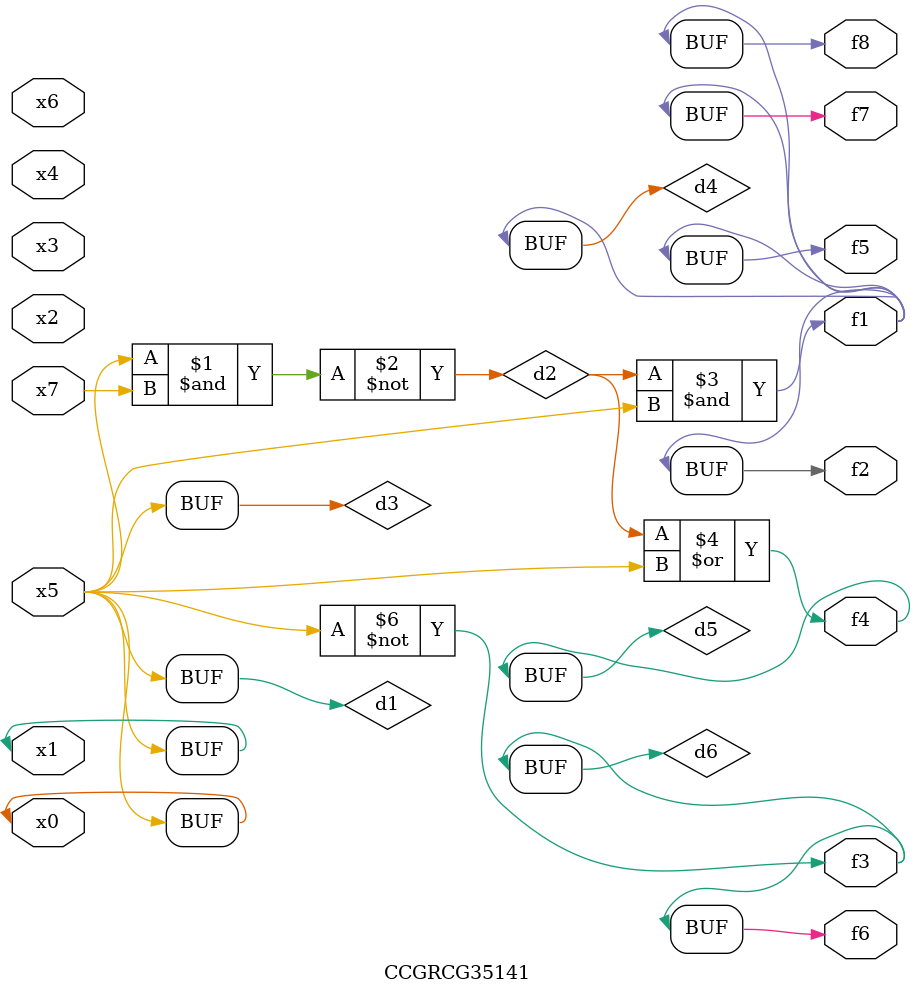
<source format=v>
module CCGRCG35141(
	input x0, x1, x2, x3, x4, x5, x6, x7,
	output f1, f2, f3, f4, f5, f6, f7, f8
);

	wire d1, d2, d3, d4, d5, d6;

	buf (d1, x0, x5);
	nand (d2, x5, x7);
	buf (d3, x0, x1);
	and (d4, d2, d3);
	or (d5, d2, d3);
	nor (d6, d1, d3);
	assign f1 = d4;
	assign f2 = d4;
	assign f3 = d6;
	assign f4 = d5;
	assign f5 = d4;
	assign f6 = d6;
	assign f7 = d4;
	assign f8 = d4;
endmodule

</source>
